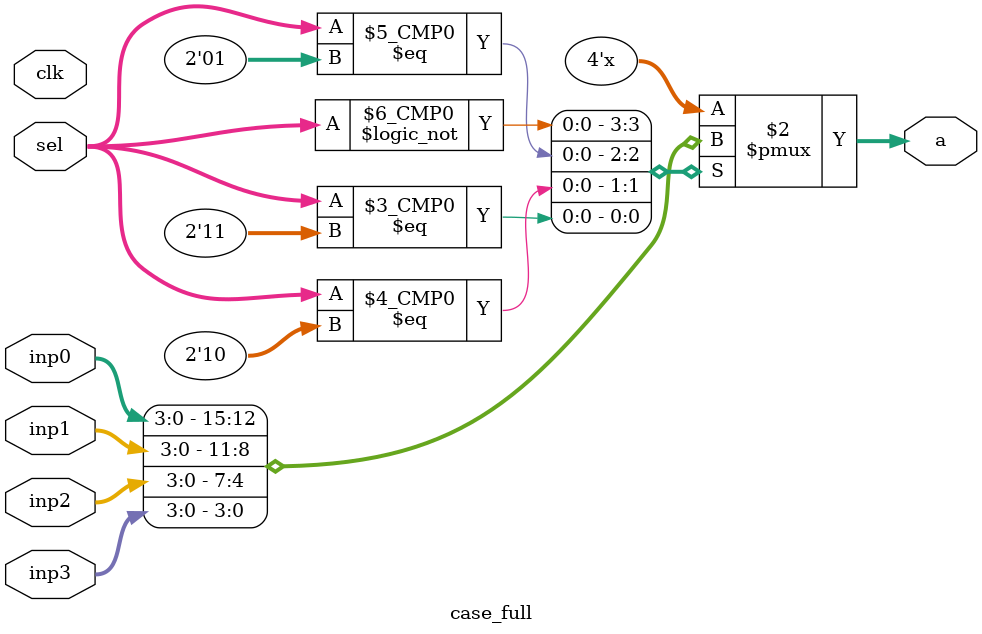
<source format=sv>
`define expected_error CombError

module case_full(input logic clk,
                 input logic[1:0] sel,
                 input logic[3:0] inp0,
                 input logic[3:0] inp1,
                 input logic[3:0] inp2,
                 input logic[3:0] inp3,
                 output logic[3:0] a);

always_comb
 case (sel)
   2'b00: a = inp0;
   2'b01: a = inp1;
   2'b10: a = inp2;
   2'b11: a = inp3;
 endcase

endmodule

</source>
